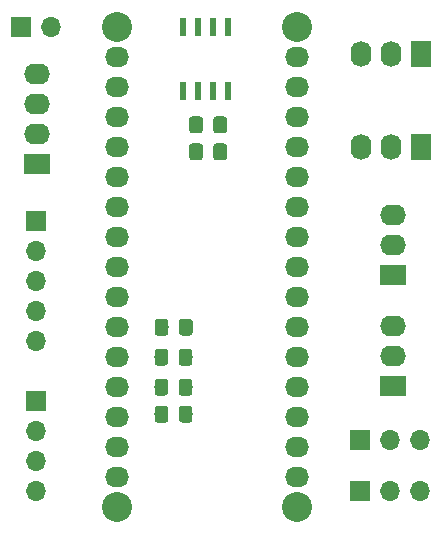
<source format=gbr>
G04 #@! TF.GenerationSoftware,KiCad,Pcbnew,(5.1.4-0-10_14)*
G04 #@! TF.CreationDate,2019-10-29T08:39:25+01:00*
G04 #@! TF.ProjectId,DDI_shield,4444495f-7368-4696-956c-642e6b696361,-*
G04 #@! TF.SameCoordinates,Original*
G04 #@! TF.FileFunction,Soldermask,Bot*
G04 #@! TF.FilePolarity,Negative*
%FSLAX46Y46*%
G04 Gerber Fmt 4.6, Leading zero omitted, Abs format (unit mm)*
G04 Created by KiCad (PCBNEW (5.1.4-0-10_14)) date 2019-10-29 08:39:25*
%MOMM*%
%LPD*%
G04 APERTURE LIST*
%ADD10R,1.700000X1.700000*%
%ADD11O,1.700000X1.700000*%
%ADD12O,2.032000X1.727200*%
%ADD13C,2.540000*%
%ADD14R,0.600000X1.550000*%
%ADD15C,0.100000*%
%ADD16C,1.150000*%
%ADD17R,2.200000X1.740000*%
%ADD18O,2.200000X1.740000*%
%ADD19R,1.740000X2.200000*%
%ADD20O,1.740000X2.200000*%
G04 APERTURE END LIST*
D10*
X132588000Y-100330000D03*
D11*
X132588000Y-102870000D03*
X132588000Y-105410000D03*
X132588000Y-107950000D03*
D10*
X131318000Y-68707000D03*
D11*
X133858000Y-68707000D03*
D12*
X139446000Y-71247000D03*
X139446000Y-73787000D03*
X139446000Y-76327000D03*
X139446000Y-78867000D03*
X139446000Y-81407000D03*
X139446000Y-83947000D03*
X139446000Y-86487000D03*
X139446000Y-89027000D03*
X139446000Y-91567000D03*
X139446000Y-94107000D03*
X139446000Y-96647000D03*
X139446000Y-99187000D03*
X139446000Y-101727000D03*
X139446000Y-104267000D03*
X139446000Y-106807000D03*
X154686000Y-71247000D03*
X154686000Y-73787000D03*
X154686000Y-76327000D03*
X154686000Y-78867000D03*
X154686000Y-81407000D03*
X154686000Y-83947000D03*
X154686000Y-86487000D03*
X154686000Y-89027000D03*
X154686000Y-91567000D03*
X154686000Y-94107000D03*
X154686000Y-96647000D03*
X154686000Y-99187000D03*
X154686000Y-101727000D03*
X154686000Y-104267000D03*
X154686000Y-106807000D03*
D13*
X139446000Y-68707000D03*
X139446000Y-109347000D03*
X154686000Y-109347000D03*
X154686000Y-68707000D03*
D14*
X145034000Y-68674000D03*
X146304000Y-68674000D03*
X147574000Y-68674000D03*
X148844000Y-68674000D03*
X148844000Y-74074000D03*
X147574000Y-74074000D03*
X146304000Y-74074000D03*
X145034000Y-74074000D03*
D10*
X132588000Y-85090000D03*
D11*
X132588000Y-87630000D03*
X132588000Y-90170000D03*
X132588000Y-92710000D03*
X132588000Y-95250000D03*
D15*
G36*
X143605505Y-93408204D02*
G01*
X143629773Y-93411804D01*
X143653572Y-93417765D01*
X143676671Y-93426030D01*
X143698850Y-93436520D01*
X143719893Y-93449132D01*
X143739599Y-93463747D01*
X143757777Y-93480223D01*
X143774253Y-93498401D01*
X143788868Y-93518107D01*
X143801480Y-93539150D01*
X143811970Y-93561329D01*
X143820235Y-93584428D01*
X143826196Y-93608227D01*
X143829796Y-93632495D01*
X143831000Y-93656999D01*
X143831000Y-94557001D01*
X143829796Y-94581505D01*
X143826196Y-94605773D01*
X143820235Y-94629572D01*
X143811970Y-94652671D01*
X143801480Y-94674850D01*
X143788868Y-94695893D01*
X143774253Y-94715599D01*
X143757777Y-94733777D01*
X143739599Y-94750253D01*
X143719893Y-94764868D01*
X143698850Y-94777480D01*
X143676671Y-94787970D01*
X143653572Y-94796235D01*
X143629773Y-94802196D01*
X143605505Y-94805796D01*
X143581001Y-94807000D01*
X142930999Y-94807000D01*
X142906495Y-94805796D01*
X142882227Y-94802196D01*
X142858428Y-94796235D01*
X142835329Y-94787970D01*
X142813150Y-94777480D01*
X142792107Y-94764868D01*
X142772401Y-94750253D01*
X142754223Y-94733777D01*
X142737747Y-94715599D01*
X142723132Y-94695893D01*
X142710520Y-94674850D01*
X142700030Y-94652671D01*
X142691765Y-94629572D01*
X142685804Y-94605773D01*
X142682204Y-94581505D01*
X142681000Y-94557001D01*
X142681000Y-93656999D01*
X142682204Y-93632495D01*
X142685804Y-93608227D01*
X142691765Y-93584428D01*
X142700030Y-93561329D01*
X142710520Y-93539150D01*
X142723132Y-93518107D01*
X142737747Y-93498401D01*
X142754223Y-93480223D01*
X142772401Y-93463747D01*
X142792107Y-93449132D01*
X142813150Y-93436520D01*
X142835329Y-93426030D01*
X142858428Y-93417765D01*
X142882227Y-93411804D01*
X142906495Y-93408204D01*
X142930999Y-93407000D01*
X143581001Y-93407000D01*
X143605505Y-93408204D01*
X143605505Y-93408204D01*
G37*
D16*
X143256000Y-94107000D03*
D15*
G36*
X145655505Y-93408204D02*
G01*
X145679773Y-93411804D01*
X145703572Y-93417765D01*
X145726671Y-93426030D01*
X145748850Y-93436520D01*
X145769893Y-93449132D01*
X145789599Y-93463747D01*
X145807777Y-93480223D01*
X145824253Y-93498401D01*
X145838868Y-93518107D01*
X145851480Y-93539150D01*
X145861970Y-93561329D01*
X145870235Y-93584428D01*
X145876196Y-93608227D01*
X145879796Y-93632495D01*
X145881000Y-93656999D01*
X145881000Y-94557001D01*
X145879796Y-94581505D01*
X145876196Y-94605773D01*
X145870235Y-94629572D01*
X145861970Y-94652671D01*
X145851480Y-94674850D01*
X145838868Y-94695893D01*
X145824253Y-94715599D01*
X145807777Y-94733777D01*
X145789599Y-94750253D01*
X145769893Y-94764868D01*
X145748850Y-94777480D01*
X145726671Y-94787970D01*
X145703572Y-94796235D01*
X145679773Y-94802196D01*
X145655505Y-94805796D01*
X145631001Y-94807000D01*
X144980999Y-94807000D01*
X144956495Y-94805796D01*
X144932227Y-94802196D01*
X144908428Y-94796235D01*
X144885329Y-94787970D01*
X144863150Y-94777480D01*
X144842107Y-94764868D01*
X144822401Y-94750253D01*
X144804223Y-94733777D01*
X144787747Y-94715599D01*
X144773132Y-94695893D01*
X144760520Y-94674850D01*
X144750030Y-94652671D01*
X144741765Y-94629572D01*
X144735804Y-94605773D01*
X144732204Y-94581505D01*
X144731000Y-94557001D01*
X144731000Y-93656999D01*
X144732204Y-93632495D01*
X144735804Y-93608227D01*
X144741765Y-93584428D01*
X144750030Y-93561329D01*
X144760520Y-93539150D01*
X144773132Y-93518107D01*
X144787747Y-93498401D01*
X144804223Y-93480223D01*
X144822401Y-93463747D01*
X144842107Y-93449132D01*
X144863150Y-93436520D01*
X144885329Y-93426030D01*
X144908428Y-93417765D01*
X144932227Y-93411804D01*
X144956495Y-93408204D01*
X144980999Y-93407000D01*
X145631001Y-93407000D01*
X145655505Y-93408204D01*
X145655505Y-93408204D01*
G37*
D16*
X145306000Y-94107000D03*
D15*
G36*
X143587505Y-95948204D02*
G01*
X143611773Y-95951804D01*
X143635572Y-95957765D01*
X143658671Y-95966030D01*
X143680850Y-95976520D01*
X143701893Y-95989132D01*
X143721599Y-96003747D01*
X143739777Y-96020223D01*
X143756253Y-96038401D01*
X143770868Y-96058107D01*
X143783480Y-96079150D01*
X143793970Y-96101329D01*
X143802235Y-96124428D01*
X143808196Y-96148227D01*
X143811796Y-96172495D01*
X143813000Y-96196999D01*
X143813000Y-97097001D01*
X143811796Y-97121505D01*
X143808196Y-97145773D01*
X143802235Y-97169572D01*
X143793970Y-97192671D01*
X143783480Y-97214850D01*
X143770868Y-97235893D01*
X143756253Y-97255599D01*
X143739777Y-97273777D01*
X143721599Y-97290253D01*
X143701893Y-97304868D01*
X143680850Y-97317480D01*
X143658671Y-97327970D01*
X143635572Y-97336235D01*
X143611773Y-97342196D01*
X143587505Y-97345796D01*
X143563001Y-97347000D01*
X142912999Y-97347000D01*
X142888495Y-97345796D01*
X142864227Y-97342196D01*
X142840428Y-97336235D01*
X142817329Y-97327970D01*
X142795150Y-97317480D01*
X142774107Y-97304868D01*
X142754401Y-97290253D01*
X142736223Y-97273777D01*
X142719747Y-97255599D01*
X142705132Y-97235893D01*
X142692520Y-97214850D01*
X142682030Y-97192671D01*
X142673765Y-97169572D01*
X142667804Y-97145773D01*
X142664204Y-97121505D01*
X142663000Y-97097001D01*
X142663000Y-96196999D01*
X142664204Y-96172495D01*
X142667804Y-96148227D01*
X142673765Y-96124428D01*
X142682030Y-96101329D01*
X142692520Y-96079150D01*
X142705132Y-96058107D01*
X142719747Y-96038401D01*
X142736223Y-96020223D01*
X142754401Y-96003747D01*
X142774107Y-95989132D01*
X142795150Y-95976520D01*
X142817329Y-95966030D01*
X142840428Y-95957765D01*
X142864227Y-95951804D01*
X142888495Y-95948204D01*
X142912999Y-95947000D01*
X143563001Y-95947000D01*
X143587505Y-95948204D01*
X143587505Y-95948204D01*
G37*
D16*
X143238000Y-96647000D03*
D15*
G36*
X145637505Y-95948204D02*
G01*
X145661773Y-95951804D01*
X145685572Y-95957765D01*
X145708671Y-95966030D01*
X145730850Y-95976520D01*
X145751893Y-95989132D01*
X145771599Y-96003747D01*
X145789777Y-96020223D01*
X145806253Y-96038401D01*
X145820868Y-96058107D01*
X145833480Y-96079150D01*
X145843970Y-96101329D01*
X145852235Y-96124428D01*
X145858196Y-96148227D01*
X145861796Y-96172495D01*
X145863000Y-96196999D01*
X145863000Y-97097001D01*
X145861796Y-97121505D01*
X145858196Y-97145773D01*
X145852235Y-97169572D01*
X145843970Y-97192671D01*
X145833480Y-97214850D01*
X145820868Y-97235893D01*
X145806253Y-97255599D01*
X145789777Y-97273777D01*
X145771599Y-97290253D01*
X145751893Y-97304868D01*
X145730850Y-97317480D01*
X145708671Y-97327970D01*
X145685572Y-97336235D01*
X145661773Y-97342196D01*
X145637505Y-97345796D01*
X145613001Y-97347000D01*
X144962999Y-97347000D01*
X144938495Y-97345796D01*
X144914227Y-97342196D01*
X144890428Y-97336235D01*
X144867329Y-97327970D01*
X144845150Y-97317480D01*
X144824107Y-97304868D01*
X144804401Y-97290253D01*
X144786223Y-97273777D01*
X144769747Y-97255599D01*
X144755132Y-97235893D01*
X144742520Y-97214850D01*
X144732030Y-97192671D01*
X144723765Y-97169572D01*
X144717804Y-97145773D01*
X144714204Y-97121505D01*
X144713000Y-97097001D01*
X144713000Y-96196999D01*
X144714204Y-96172495D01*
X144717804Y-96148227D01*
X144723765Y-96124428D01*
X144732030Y-96101329D01*
X144742520Y-96079150D01*
X144755132Y-96058107D01*
X144769747Y-96038401D01*
X144786223Y-96020223D01*
X144804401Y-96003747D01*
X144824107Y-95989132D01*
X144845150Y-95976520D01*
X144867329Y-95966030D01*
X144890428Y-95957765D01*
X144914227Y-95951804D01*
X144938495Y-95948204D01*
X144962999Y-95947000D01*
X145613001Y-95947000D01*
X145637505Y-95948204D01*
X145637505Y-95948204D01*
G37*
D16*
X145288000Y-96647000D03*
D15*
G36*
X143596505Y-100774204D02*
G01*
X143620773Y-100777804D01*
X143644572Y-100783765D01*
X143667671Y-100792030D01*
X143689850Y-100802520D01*
X143710893Y-100815132D01*
X143730599Y-100829747D01*
X143748777Y-100846223D01*
X143765253Y-100864401D01*
X143779868Y-100884107D01*
X143792480Y-100905150D01*
X143802970Y-100927329D01*
X143811235Y-100950428D01*
X143817196Y-100974227D01*
X143820796Y-100998495D01*
X143822000Y-101022999D01*
X143822000Y-101923001D01*
X143820796Y-101947505D01*
X143817196Y-101971773D01*
X143811235Y-101995572D01*
X143802970Y-102018671D01*
X143792480Y-102040850D01*
X143779868Y-102061893D01*
X143765253Y-102081599D01*
X143748777Y-102099777D01*
X143730599Y-102116253D01*
X143710893Y-102130868D01*
X143689850Y-102143480D01*
X143667671Y-102153970D01*
X143644572Y-102162235D01*
X143620773Y-102168196D01*
X143596505Y-102171796D01*
X143572001Y-102173000D01*
X142921999Y-102173000D01*
X142897495Y-102171796D01*
X142873227Y-102168196D01*
X142849428Y-102162235D01*
X142826329Y-102153970D01*
X142804150Y-102143480D01*
X142783107Y-102130868D01*
X142763401Y-102116253D01*
X142745223Y-102099777D01*
X142728747Y-102081599D01*
X142714132Y-102061893D01*
X142701520Y-102040850D01*
X142691030Y-102018671D01*
X142682765Y-101995572D01*
X142676804Y-101971773D01*
X142673204Y-101947505D01*
X142672000Y-101923001D01*
X142672000Y-101022999D01*
X142673204Y-100998495D01*
X142676804Y-100974227D01*
X142682765Y-100950428D01*
X142691030Y-100927329D01*
X142701520Y-100905150D01*
X142714132Y-100884107D01*
X142728747Y-100864401D01*
X142745223Y-100846223D01*
X142763401Y-100829747D01*
X142783107Y-100815132D01*
X142804150Y-100802520D01*
X142826329Y-100792030D01*
X142849428Y-100783765D01*
X142873227Y-100777804D01*
X142897495Y-100774204D01*
X142921999Y-100773000D01*
X143572001Y-100773000D01*
X143596505Y-100774204D01*
X143596505Y-100774204D01*
G37*
D16*
X143247000Y-101473000D03*
D15*
G36*
X145646505Y-100774204D02*
G01*
X145670773Y-100777804D01*
X145694572Y-100783765D01*
X145717671Y-100792030D01*
X145739850Y-100802520D01*
X145760893Y-100815132D01*
X145780599Y-100829747D01*
X145798777Y-100846223D01*
X145815253Y-100864401D01*
X145829868Y-100884107D01*
X145842480Y-100905150D01*
X145852970Y-100927329D01*
X145861235Y-100950428D01*
X145867196Y-100974227D01*
X145870796Y-100998495D01*
X145872000Y-101022999D01*
X145872000Y-101923001D01*
X145870796Y-101947505D01*
X145867196Y-101971773D01*
X145861235Y-101995572D01*
X145852970Y-102018671D01*
X145842480Y-102040850D01*
X145829868Y-102061893D01*
X145815253Y-102081599D01*
X145798777Y-102099777D01*
X145780599Y-102116253D01*
X145760893Y-102130868D01*
X145739850Y-102143480D01*
X145717671Y-102153970D01*
X145694572Y-102162235D01*
X145670773Y-102168196D01*
X145646505Y-102171796D01*
X145622001Y-102173000D01*
X144971999Y-102173000D01*
X144947495Y-102171796D01*
X144923227Y-102168196D01*
X144899428Y-102162235D01*
X144876329Y-102153970D01*
X144854150Y-102143480D01*
X144833107Y-102130868D01*
X144813401Y-102116253D01*
X144795223Y-102099777D01*
X144778747Y-102081599D01*
X144764132Y-102061893D01*
X144751520Y-102040850D01*
X144741030Y-102018671D01*
X144732765Y-101995572D01*
X144726804Y-101971773D01*
X144723204Y-101947505D01*
X144722000Y-101923001D01*
X144722000Y-101022999D01*
X144723204Y-100998495D01*
X144726804Y-100974227D01*
X144732765Y-100950428D01*
X144741030Y-100927329D01*
X144751520Y-100905150D01*
X144764132Y-100884107D01*
X144778747Y-100864401D01*
X144795223Y-100846223D01*
X144813401Y-100829747D01*
X144833107Y-100815132D01*
X144854150Y-100802520D01*
X144876329Y-100792030D01*
X144899428Y-100783765D01*
X144923227Y-100777804D01*
X144947495Y-100774204D01*
X144971999Y-100773000D01*
X145622001Y-100773000D01*
X145646505Y-100774204D01*
X145646505Y-100774204D01*
G37*
D16*
X145297000Y-101473000D03*
D15*
G36*
X143587505Y-98488204D02*
G01*
X143611773Y-98491804D01*
X143635572Y-98497765D01*
X143658671Y-98506030D01*
X143680850Y-98516520D01*
X143701893Y-98529132D01*
X143721599Y-98543747D01*
X143739777Y-98560223D01*
X143756253Y-98578401D01*
X143770868Y-98598107D01*
X143783480Y-98619150D01*
X143793970Y-98641329D01*
X143802235Y-98664428D01*
X143808196Y-98688227D01*
X143811796Y-98712495D01*
X143813000Y-98736999D01*
X143813000Y-99637001D01*
X143811796Y-99661505D01*
X143808196Y-99685773D01*
X143802235Y-99709572D01*
X143793970Y-99732671D01*
X143783480Y-99754850D01*
X143770868Y-99775893D01*
X143756253Y-99795599D01*
X143739777Y-99813777D01*
X143721599Y-99830253D01*
X143701893Y-99844868D01*
X143680850Y-99857480D01*
X143658671Y-99867970D01*
X143635572Y-99876235D01*
X143611773Y-99882196D01*
X143587505Y-99885796D01*
X143563001Y-99887000D01*
X142912999Y-99887000D01*
X142888495Y-99885796D01*
X142864227Y-99882196D01*
X142840428Y-99876235D01*
X142817329Y-99867970D01*
X142795150Y-99857480D01*
X142774107Y-99844868D01*
X142754401Y-99830253D01*
X142736223Y-99813777D01*
X142719747Y-99795599D01*
X142705132Y-99775893D01*
X142692520Y-99754850D01*
X142682030Y-99732671D01*
X142673765Y-99709572D01*
X142667804Y-99685773D01*
X142664204Y-99661505D01*
X142663000Y-99637001D01*
X142663000Y-98736999D01*
X142664204Y-98712495D01*
X142667804Y-98688227D01*
X142673765Y-98664428D01*
X142682030Y-98641329D01*
X142692520Y-98619150D01*
X142705132Y-98598107D01*
X142719747Y-98578401D01*
X142736223Y-98560223D01*
X142754401Y-98543747D01*
X142774107Y-98529132D01*
X142795150Y-98516520D01*
X142817329Y-98506030D01*
X142840428Y-98497765D01*
X142864227Y-98491804D01*
X142888495Y-98488204D01*
X142912999Y-98487000D01*
X143563001Y-98487000D01*
X143587505Y-98488204D01*
X143587505Y-98488204D01*
G37*
D16*
X143238000Y-99187000D03*
D15*
G36*
X145637505Y-98488204D02*
G01*
X145661773Y-98491804D01*
X145685572Y-98497765D01*
X145708671Y-98506030D01*
X145730850Y-98516520D01*
X145751893Y-98529132D01*
X145771599Y-98543747D01*
X145789777Y-98560223D01*
X145806253Y-98578401D01*
X145820868Y-98598107D01*
X145833480Y-98619150D01*
X145843970Y-98641329D01*
X145852235Y-98664428D01*
X145858196Y-98688227D01*
X145861796Y-98712495D01*
X145863000Y-98736999D01*
X145863000Y-99637001D01*
X145861796Y-99661505D01*
X145858196Y-99685773D01*
X145852235Y-99709572D01*
X145843970Y-99732671D01*
X145833480Y-99754850D01*
X145820868Y-99775893D01*
X145806253Y-99795599D01*
X145789777Y-99813777D01*
X145771599Y-99830253D01*
X145751893Y-99844868D01*
X145730850Y-99857480D01*
X145708671Y-99867970D01*
X145685572Y-99876235D01*
X145661773Y-99882196D01*
X145637505Y-99885796D01*
X145613001Y-99887000D01*
X144962999Y-99887000D01*
X144938495Y-99885796D01*
X144914227Y-99882196D01*
X144890428Y-99876235D01*
X144867329Y-99867970D01*
X144845150Y-99857480D01*
X144824107Y-99844868D01*
X144804401Y-99830253D01*
X144786223Y-99813777D01*
X144769747Y-99795599D01*
X144755132Y-99775893D01*
X144742520Y-99754850D01*
X144732030Y-99732671D01*
X144723765Y-99709572D01*
X144717804Y-99685773D01*
X144714204Y-99661505D01*
X144713000Y-99637001D01*
X144713000Y-98736999D01*
X144714204Y-98712495D01*
X144717804Y-98688227D01*
X144723765Y-98664428D01*
X144732030Y-98641329D01*
X144742520Y-98619150D01*
X144755132Y-98598107D01*
X144769747Y-98578401D01*
X144786223Y-98560223D01*
X144804401Y-98543747D01*
X144824107Y-98529132D01*
X144845150Y-98516520D01*
X144867329Y-98506030D01*
X144890428Y-98497765D01*
X144914227Y-98491804D01*
X144938495Y-98488204D01*
X144962999Y-98487000D01*
X145613001Y-98487000D01*
X145637505Y-98488204D01*
X145637505Y-98488204D01*
G37*
D16*
X145288000Y-99187000D03*
D15*
G36*
X146517505Y-78549204D02*
G01*
X146541773Y-78552804D01*
X146565572Y-78558765D01*
X146588671Y-78567030D01*
X146610850Y-78577520D01*
X146631893Y-78590132D01*
X146651599Y-78604747D01*
X146669777Y-78621223D01*
X146686253Y-78639401D01*
X146700868Y-78659107D01*
X146713480Y-78680150D01*
X146723970Y-78702329D01*
X146732235Y-78725428D01*
X146738196Y-78749227D01*
X146741796Y-78773495D01*
X146743000Y-78797999D01*
X146743000Y-79698001D01*
X146741796Y-79722505D01*
X146738196Y-79746773D01*
X146732235Y-79770572D01*
X146723970Y-79793671D01*
X146713480Y-79815850D01*
X146700868Y-79836893D01*
X146686253Y-79856599D01*
X146669777Y-79874777D01*
X146651599Y-79891253D01*
X146631893Y-79905868D01*
X146610850Y-79918480D01*
X146588671Y-79928970D01*
X146565572Y-79937235D01*
X146541773Y-79943196D01*
X146517505Y-79946796D01*
X146493001Y-79948000D01*
X145842999Y-79948000D01*
X145818495Y-79946796D01*
X145794227Y-79943196D01*
X145770428Y-79937235D01*
X145747329Y-79928970D01*
X145725150Y-79918480D01*
X145704107Y-79905868D01*
X145684401Y-79891253D01*
X145666223Y-79874777D01*
X145649747Y-79856599D01*
X145635132Y-79836893D01*
X145622520Y-79815850D01*
X145612030Y-79793671D01*
X145603765Y-79770572D01*
X145597804Y-79746773D01*
X145594204Y-79722505D01*
X145593000Y-79698001D01*
X145593000Y-78797999D01*
X145594204Y-78773495D01*
X145597804Y-78749227D01*
X145603765Y-78725428D01*
X145612030Y-78702329D01*
X145622520Y-78680150D01*
X145635132Y-78659107D01*
X145649747Y-78639401D01*
X145666223Y-78621223D01*
X145684401Y-78604747D01*
X145704107Y-78590132D01*
X145725150Y-78577520D01*
X145747329Y-78567030D01*
X145770428Y-78558765D01*
X145794227Y-78552804D01*
X145818495Y-78549204D01*
X145842999Y-78548000D01*
X146493001Y-78548000D01*
X146517505Y-78549204D01*
X146517505Y-78549204D01*
G37*
D16*
X146168000Y-79248000D03*
D15*
G36*
X148567505Y-78549204D02*
G01*
X148591773Y-78552804D01*
X148615572Y-78558765D01*
X148638671Y-78567030D01*
X148660850Y-78577520D01*
X148681893Y-78590132D01*
X148701599Y-78604747D01*
X148719777Y-78621223D01*
X148736253Y-78639401D01*
X148750868Y-78659107D01*
X148763480Y-78680150D01*
X148773970Y-78702329D01*
X148782235Y-78725428D01*
X148788196Y-78749227D01*
X148791796Y-78773495D01*
X148793000Y-78797999D01*
X148793000Y-79698001D01*
X148791796Y-79722505D01*
X148788196Y-79746773D01*
X148782235Y-79770572D01*
X148773970Y-79793671D01*
X148763480Y-79815850D01*
X148750868Y-79836893D01*
X148736253Y-79856599D01*
X148719777Y-79874777D01*
X148701599Y-79891253D01*
X148681893Y-79905868D01*
X148660850Y-79918480D01*
X148638671Y-79928970D01*
X148615572Y-79937235D01*
X148591773Y-79943196D01*
X148567505Y-79946796D01*
X148543001Y-79948000D01*
X147892999Y-79948000D01*
X147868495Y-79946796D01*
X147844227Y-79943196D01*
X147820428Y-79937235D01*
X147797329Y-79928970D01*
X147775150Y-79918480D01*
X147754107Y-79905868D01*
X147734401Y-79891253D01*
X147716223Y-79874777D01*
X147699747Y-79856599D01*
X147685132Y-79836893D01*
X147672520Y-79815850D01*
X147662030Y-79793671D01*
X147653765Y-79770572D01*
X147647804Y-79746773D01*
X147644204Y-79722505D01*
X147643000Y-79698001D01*
X147643000Y-78797999D01*
X147644204Y-78773495D01*
X147647804Y-78749227D01*
X147653765Y-78725428D01*
X147662030Y-78702329D01*
X147672520Y-78680150D01*
X147685132Y-78659107D01*
X147699747Y-78639401D01*
X147716223Y-78621223D01*
X147734401Y-78604747D01*
X147754107Y-78590132D01*
X147775150Y-78577520D01*
X147797329Y-78567030D01*
X147820428Y-78558765D01*
X147844227Y-78552804D01*
X147868495Y-78549204D01*
X147892999Y-78548000D01*
X148543001Y-78548000D01*
X148567505Y-78549204D01*
X148567505Y-78549204D01*
G37*
D16*
X148218000Y-79248000D03*
D17*
X132715000Y-80264000D03*
D18*
X132715000Y-77724000D03*
X132715000Y-75184000D03*
X132715000Y-72644000D03*
D19*
X165227000Y-70993000D03*
D20*
X162687000Y-70993000D03*
X160147000Y-70993000D03*
X160147000Y-78867000D03*
X162687000Y-78867000D03*
D19*
X165227000Y-78867000D03*
D17*
X162814000Y-99060000D03*
D18*
X162814000Y-96520000D03*
X162814000Y-93980000D03*
X162814000Y-84582000D03*
X162814000Y-87122000D03*
D17*
X162814000Y-89662000D03*
D15*
G36*
X146517505Y-76263204D02*
G01*
X146541773Y-76266804D01*
X146565572Y-76272765D01*
X146588671Y-76281030D01*
X146610850Y-76291520D01*
X146631893Y-76304132D01*
X146651599Y-76318747D01*
X146669777Y-76335223D01*
X146686253Y-76353401D01*
X146700868Y-76373107D01*
X146713480Y-76394150D01*
X146723970Y-76416329D01*
X146732235Y-76439428D01*
X146738196Y-76463227D01*
X146741796Y-76487495D01*
X146743000Y-76511999D01*
X146743000Y-77412001D01*
X146741796Y-77436505D01*
X146738196Y-77460773D01*
X146732235Y-77484572D01*
X146723970Y-77507671D01*
X146713480Y-77529850D01*
X146700868Y-77550893D01*
X146686253Y-77570599D01*
X146669777Y-77588777D01*
X146651599Y-77605253D01*
X146631893Y-77619868D01*
X146610850Y-77632480D01*
X146588671Y-77642970D01*
X146565572Y-77651235D01*
X146541773Y-77657196D01*
X146517505Y-77660796D01*
X146493001Y-77662000D01*
X145842999Y-77662000D01*
X145818495Y-77660796D01*
X145794227Y-77657196D01*
X145770428Y-77651235D01*
X145747329Y-77642970D01*
X145725150Y-77632480D01*
X145704107Y-77619868D01*
X145684401Y-77605253D01*
X145666223Y-77588777D01*
X145649747Y-77570599D01*
X145635132Y-77550893D01*
X145622520Y-77529850D01*
X145612030Y-77507671D01*
X145603765Y-77484572D01*
X145597804Y-77460773D01*
X145594204Y-77436505D01*
X145593000Y-77412001D01*
X145593000Y-76511999D01*
X145594204Y-76487495D01*
X145597804Y-76463227D01*
X145603765Y-76439428D01*
X145612030Y-76416329D01*
X145622520Y-76394150D01*
X145635132Y-76373107D01*
X145649747Y-76353401D01*
X145666223Y-76335223D01*
X145684401Y-76318747D01*
X145704107Y-76304132D01*
X145725150Y-76291520D01*
X145747329Y-76281030D01*
X145770428Y-76272765D01*
X145794227Y-76266804D01*
X145818495Y-76263204D01*
X145842999Y-76262000D01*
X146493001Y-76262000D01*
X146517505Y-76263204D01*
X146517505Y-76263204D01*
G37*
D16*
X146168000Y-76962000D03*
D15*
G36*
X148567505Y-76263204D02*
G01*
X148591773Y-76266804D01*
X148615572Y-76272765D01*
X148638671Y-76281030D01*
X148660850Y-76291520D01*
X148681893Y-76304132D01*
X148701599Y-76318747D01*
X148719777Y-76335223D01*
X148736253Y-76353401D01*
X148750868Y-76373107D01*
X148763480Y-76394150D01*
X148773970Y-76416329D01*
X148782235Y-76439428D01*
X148788196Y-76463227D01*
X148791796Y-76487495D01*
X148793000Y-76511999D01*
X148793000Y-77412001D01*
X148791796Y-77436505D01*
X148788196Y-77460773D01*
X148782235Y-77484572D01*
X148773970Y-77507671D01*
X148763480Y-77529850D01*
X148750868Y-77550893D01*
X148736253Y-77570599D01*
X148719777Y-77588777D01*
X148701599Y-77605253D01*
X148681893Y-77619868D01*
X148660850Y-77632480D01*
X148638671Y-77642970D01*
X148615572Y-77651235D01*
X148591773Y-77657196D01*
X148567505Y-77660796D01*
X148543001Y-77662000D01*
X147892999Y-77662000D01*
X147868495Y-77660796D01*
X147844227Y-77657196D01*
X147820428Y-77651235D01*
X147797329Y-77642970D01*
X147775150Y-77632480D01*
X147754107Y-77619868D01*
X147734401Y-77605253D01*
X147716223Y-77588777D01*
X147699747Y-77570599D01*
X147685132Y-77550893D01*
X147672520Y-77529850D01*
X147662030Y-77507671D01*
X147653765Y-77484572D01*
X147647804Y-77460773D01*
X147644204Y-77436505D01*
X147643000Y-77412001D01*
X147643000Y-76511999D01*
X147644204Y-76487495D01*
X147647804Y-76463227D01*
X147653765Y-76439428D01*
X147662030Y-76416329D01*
X147672520Y-76394150D01*
X147685132Y-76373107D01*
X147699747Y-76353401D01*
X147716223Y-76335223D01*
X147734401Y-76318747D01*
X147754107Y-76304132D01*
X147775150Y-76291520D01*
X147797329Y-76281030D01*
X147820428Y-76272765D01*
X147844227Y-76266804D01*
X147868495Y-76263204D01*
X147892999Y-76262000D01*
X148543001Y-76262000D01*
X148567505Y-76263204D01*
X148567505Y-76263204D01*
G37*
D16*
X148218000Y-76962000D03*
D10*
X160020000Y-107950000D03*
D11*
X162560000Y-107950000D03*
X165100000Y-107950000D03*
X165100000Y-103632000D03*
X162560000Y-103632000D03*
D10*
X160020000Y-103632000D03*
M02*

</source>
